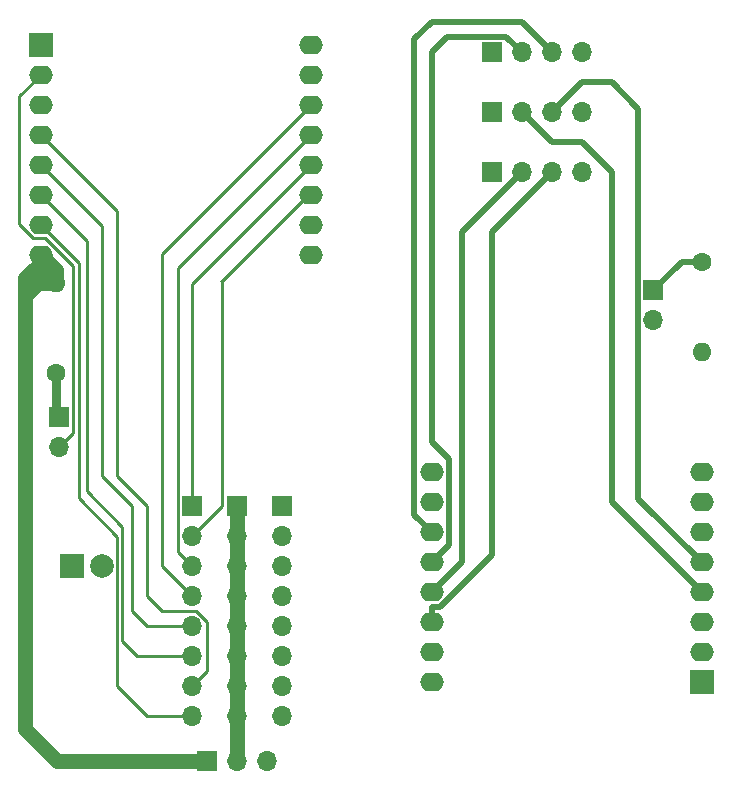
<source format=gbr>
%TF.GenerationSoftware,KiCad,Pcbnew,8.0.5*%
%TF.CreationDate,2024-11-16T12:50:27+01:00*%
%TF.ProjectId,esp8266-expansion-board,65737038-3236-4362-9d65-7870616e7369,rev?*%
%TF.SameCoordinates,Original*%
%TF.FileFunction,Copper,L1,Top*%
%TF.FilePolarity,Positive*%
%FSLAX46Y46*%
G04 Gerber Fmt 4.6, Leading zero omitted, Abs format (unit mm)*
G04 Created by KiCad (PCBNEW 8.0.5) date 2024-11-16 12:50:27*
%MOMM*%
%LPD*%
G01*
G04 APERTURE LIST*
%TA.AperFunction,ComponentPad*%
%ADD10R,1.700000X1.700000*%
%TD*%
%TA.AperFunction,ComponentPad*%
%ADD11O,1.700000X1.700000*%
%TD*%
%TA.AperFunction,ComponentPad*%
%ADD12R,2.000000X2.000000*%
%TD*%
%TA.AperFunction,ComponentPad*%
%ADD13C,2.000000*%
%TD*%
%TA.AperFunction,ComponentPad*%
%ADD14C,1.600000*%
%TD*%
%TA.AperFunction,ComponentPad*%
%ADD15O,1.600000X1.600000*%
%TD*%
%TA.AperFunction,ComponentPad*%
%ADD16O,2.000000X1.600000*%
%TD*%
%TA.AperFunction,Conductor*%
%ADD17C,0.250000*%
%TD*%
%TA.AperFunction,Conductor*%
%ADD18C,1.250000*%
%TD*%
%TA.AperFunction,Conductor*%
%ADD19C,0.500000*%
%TD*%
%TA.AperFunction,Conductor*%
%ADD20C,0.750000*%
%TD*%
G04 APERTURE END LIST*
D10*
%TO.P,J2,1,Pin_1*%
%TO.N,+3.3V*%
X41910000Y-95250000D03*
D11*
%TO.P,J2,2,Pin_2*%
%TO.N,/power_out*%
X44450000Y-95250000D03*
%TO.P,J2,3,Pin_3*%
%TO.N,+5V*%
X46990000Y-95250000D03*
%TD*%
D10*
%TO.P,J9,1,Pin_1*%
%TO.N,/+3v3*%
X66040000Y-40293187D03*
D11*
%TO.P,J9,2,Pin_2*%
%TO.N,/GPIO14B*%
X68580000Y-40293187D03*
%TO.P,J9,3,Pin_3*%
%TO.N,/GPIO12B*%
X71120000Y-40293187D03*
%TO.P,J9,4,Pin_4*%
%TO.N,/0V*%
X73660000Y-40293187D03*
%TD*%
D12*
%TO.P,J1,1,Pin_1*%
%TO.N,+5V*%
X30480000Y-78740000D03*
D13*
%TO.P,J1,2,Pin_2*%
%TO.N,GND*%
X33020000Y-78740000D03*
%TD*%
D11*
%TO.P,J5,8,Pin_8*%
%TO.N,/GPIO15A*%
X40640000Y-91440000D03*
%TO.P,J5,7,Pin_7*%
%TO.N,/GPIO14A*%
X40640000Y-88900000D03*
%TO.P,J5,6,Pin_6*%
%TO.N,/GPIO13A*%
X40640000Y-86360000D03*
%TO.P,J5,5,Pin_5*%
%TO.N,/GPIO12A*%
X40640000Y-83820000D03*
%TO.P,J5,4,Pin_4*%
%TO.N,/GPIO5A*%
X40640000Y-81280000D03*
%TO.P,J5,3,Pin_3*%
%TO.N,/GPIO4A*%
X40640000Y-78740000D03*
%TO.P,J5,2,Pin_2*%
%TO.N,/GPIO2A*%
X40640000Y-76200000D03*
D10*
%TO.P,J5,1,Pin_1*%
%TO.N,/GPIO0A*%
X40640000Y-73660000D03*
%TD*%
%TO.P,J8,1,Pin_1*%
%TO.N,/+3v3*%
X66040000Y-45373187D03*
D11*
%TO.P,J8,2,Pin_2*%
%TO.N,/GPIO4B*%
X68580000Y-45373187D03*
%TO.P,J8,3,Pin_3*%
%TO.N,/GPIO5B*%
X71120000Y-45373187D03*
%TO.P,J8,4,Pin_4*%
%TO.N,/0V*%
X73660000Y-45373187D03*
%TD*%
%TO.P,J4,8,Pin_8*%
%TO.N,/power_out*%
X44450000Y-91440000D03*
%TO.P,J4,7,Pin_7*%
X44450000Y-88900000D03*
%TO.P,J4,6,Pin_6*%
X44450000Y-86360000D03*
%TO.P,J4,5,Pin_5*%
X44450000Y-83820000D03*
%TO.P,J4,4,Pin_4*%
X44450000Y-81280000D03*
%TO.P,J4,3,Pin_3*%
X44450000Y-78740000D03*
%TO.P,J4,2,Pin_2*%
X44450000Y-76200000D03*
D10*
%TO.P,J4,1,Pin_1*%
X44450000Y-73660000D03*
%TD*%
%TO.P,J7,1,Pin_1*%
%TO.N,Net-(J7-Pin_1)*%
X79751775Y-55367942D03*
D11*
%TO.P,J7,2,Pin_2*%
%TO.N,/ADC0B*%
X79751775Y-57907942D03*
%TD*%
D14*
%TO.P,R2,1*%
%TO.N,Net-(J7-Pin_1)*%
X83820000Y-52993187D03*
D15*
%TO.P,R2,2*%
%TO.N,/+3v3*%
X83820000Y-60613187D03*
%TD*%
D11*
%TO.P,J3,8,Pin_8*%
%TO.N,GND*%
X48260000Y-91440000D03*
%TO.P,J3,7,Pin_7*%
X48260000Y-88900000D03*
%TO.P,J3,6,Pin_6*%
X48260000Y-86360000D03*
%TO.P,J3,5,Pin_5*%
X48260000Y-83820000D03*
%TO.P,J3,4,Pin_4*%
X48260000Y-81280000D03*
%TO.P,J3,3,Pin_3*%
X48260000Y-78740000D03*
%TO.P,J3,2,Pin_2*%
X48260000Y-76200000D03*
D10*
%TO.P,J3,1,Pin_1*%
X48260000Y-73660000D03*
%TD*%
%TO.P,J10,1,Pin_1*%
%TO.N,/5V*%
X66040000Y-35213187D03*
D11*
%TO.P,J10,2,Pin_2*%
%TO.N,/GPIO0B*%
X68580000Y-35213187D03*
%TO.P,J10,3,Pin_3*%
%TO.N,/GPIO2B*%
X71120000Y-35213187D03*
%TO.P,J10,4,Pin_4*%
%TO.N,/0V*%
X73660000Y-35213187D03*
%TD*%
D12*
%TO.P,U2,1,~{RST}*%
%TO.N,unconnected-(U2-~{RST}-Pad1)*%
X83820000Y-88553187D03*
D16*
%TO.P,U2,2,A0*%
%TO.N,/ADC0B*%
X83820000Y-86013187D03*
%TO.P,U2,3,D0*%
%TO.N,unconnected-(U2-D0-Pad3)*%
X83820000Y-83473187D03*
%TO.P,U2,4,SCK/D5*%
%TO.N,/GPIO14B*%
X83820000Y-80933187D03*
%TO.P,U2,5,MISO/D6*%
%TO.N,/GPIO12B*%
X83820000Y-78393187D03*
%TO.P,U2,6,MOSI/D7*%
%TO.N,/GPIO13B*%
X83820000Y-75853187D03*
%TO.P,U2,7,CS/D8*%
%TO.N,/GPIO15B*%
X83820000Y-73313187D03*
%TO.P,U2,8,3V3*%
%TO.N,/+3v3*%
X83820000Y-70773187D03*
%TO.P,U2,9,5V*%
%TO.N,/5V*%
X60960000Y-70773187D03*
%TO.P,U2,10,GND*%
%TO.N,/0V*%
X60960000Y-73313187D03*
%TO.P,U2,11,D4*%
%TO.N,/GPIO2B*%
X60960000Y-75853187D03*
%TO.P,U2,12,D3*%
%TO.N,/GPIO0B*%
X60960000Y-78393187D03*
%TO.P,U2,13,SDA/D2*%
%TO.N,/GPIO4B*%
X60960000Y-80933187D03*
%TO.P,U2,14,SCL/D1*%
%TO.N,/GPIO5B*%
X60960000Y-83473187D03*
%TO.P,U2,15,RX*%
%TO.N,unconnected-(U2-RX-Pad15)*%
X60960000Y-86013187D03*
%TO.P,U2,16,TX*%
%TO.N,unconnected-(U2-TX-Pad16)*%
X60960000Y-88553187D03*
%TD*%
%TO.P,U1,16,TX*%
%TO.N,unconnected-(U1-TX-Pad16)*%
X50714850Y-34593478D03*
%TO.P,U1,15,RX*%
%TO.N,unconnected-(U1-RX-Pad15)*%
X50714850Y-37133478D03*
%TO.P,U1,14,SCL/D1*%
%TO.N,/GPIO5A*%
X50714850Y-39673478D03*
%TO.P,U1,13,SDA/D2*%
%TO.N,/GPIO4A*%
X50714850Y-42213478D03*
%TO.P,U1,12,D3*%
%TO.N,/GPIO0A*%
X50714850Y-44753478D03*
%TO.P,U1,11,D4*%
%TO.N,/GPIO2A*%
X50714850Y-47293478D03*
%TO.P,U1,10,GND*%
%TO.N,GND*%
X50714850Y-49833478D03*
%TO.P,U1,9,5V*%
%TO.N,+5V*%
X50714850Y-52373478D03*
%TO.P,U1,8,3V3*%
%TO.N,+3.3V*%
X27854850Y-52373478D03*
%TO.P,U1,7,CS/D8*%
%TO.N,/GPIO15A*%
X27854850Y-49833478D03*
%TO.P,U1,6,MOSI/D7*%
%TO.N,/GPIO13A*%
X27854850Y-47293478D03*
%TO.P,U1,5,MISO/D6*%
%TO.N,/GPIO12A*%
X27854850Y-44753478D03*
%TO.P,U1,4,SCK/D5*%
%TO.N,/GPIO14A*%
X27854850Y-42213478D03*
%TO.P,U1,3,D0*%
%TO.N,unconnected-(U1-D0-Pad3)*%
X27854850Y-39673478D03*
%TO.P,U1,2,A0*%
%TO.N,/ADC0A*%
X27854850Y-37133478D03*
D12*
%TO.P,U1,1,~{RST}*%
%TO.N,unconnected-(U1-~{RST}-Pad1)*%
X27854850Y-34593478D03*
%TD*%
D14*
%TO.P,R1,1*%
%TO.N,Net-(J6-Pin_1)*%
X29178085Y-62350192D03*
D15*
%TO.P,R1,2*%
%TO.N,+3.3V*%
X29178085Y-54730192D03*
%TD*%
D10*
%TO.P,J6,1,Pin_1*%
%TO.N,Net-(J6-Pin_1)*%
X29455323Y-66127646D03*
D11*
%TO.P,J6,2,Pin_2*%
%TO.N,/ADC0A*%
X29455323Y-68667646D03*
%TD*%
D17*
%TO.N,/GPIO5A*%
X50714850Y-39673478D02*
X38100000Y-52288328D01*
X38100000Y-52288328D02*
X38100000Y-78740000D01*
X38100000Y-78740000D02*
X40640000Y-81280000D01*
%TO.N,/GPIO4A*%
X50714850Y-42213478D02*
X39465000Y-53463328D01*
X39465000Y-53463328D02*
X39465000Y-77565000D01*
X39465000Y-77565000D02*
X40640000Y-78740000D01*
%TO.N,/GPIO0A*%
X40640000Y-54828328D02*
X40640000Y-73660000D01*
%TO.N,/GPIO2A*%
X43189164Y-54619164D02*
X43171220Y-54637108D01*
X43189164Y-54619164D02*
X43189164Y-73650836D01*
X43189164Y-73650836D02*
X40640000Y-76200000D01*
X50514850Y-47293478D02*
X43189164Y-54619164D01*
%TO.N,/GPIO14A*%
X27854850Y-42213478D02*
X34290000Y-48648628D01*
X34290000Y-48648628D02*
X34290000Y-71120000D01*
X34290000Y-71120000D02*
X36830000Y-73660000D01*
X38100000Y-82550000D02*
X41031701Y-82550000D01*
X36830000Y-73660000D02*
X36830000Y-81280000D01*
X36830000Y-81280000D02*
X38100000Y-82550000D01*
X41031701Y-82550000D02*
X41910000Y-83428299D01*
X41910000Y-83428299D02*
X41910000Y-87630000D01*
X41910000Y-87630000D02*
X40640000Y-88900000D01*
%TO.N,/GPIO12A*%
X27854850Y-44753478D02*
X33020000Y-49918628D01*
X35560000Y-82550000D02*
X36830000Y-83820000D01*
X33020000Y-49918628D02*
X33020000Y-71120000D01*
X36830000Y-83820000D02*
X40640000Y-83820000D01*
X33020000Y-71120000D02*
X35560000Y-73660000D01*
X35560000Y-73660000D02*
X35560000Y-82550000D01*
%TO.N,/GPIO13A*%
X27854850Y-47293478D02*
X31750000Y-51188628D01*
X31750000Y-51188628D02*
X31750000Y-72390000D01*
X31750000Y-72390000D02*
X34795000Y-75435000D01*
X34795000Y-75435000D02*
X34795000Y-85090000D01*
X34795000Y-85090000D02*
X36065000Y-86360000D01*
X36065000Y-86360000D02*
X40640000Y-86360000D01*
%TO.N,/GPIO15A*%
X27854850Y-49833478D02*
X31080323Y-53058951D01*
X31080323Y-53058951D02*
X31080323Y-72990323D01*
X31080323Y-72990323D02*
X34345000Y-76255000D01*
X34345000Y-76255000D02*
X34345000Y-87575000D01*
X34345000Y-87575000D02*
X34290000Y-87630000D01*
X34290000Y-87630000D02*
X34290000Y-88900000D01*
X34290000Y-88900000D02*
X36830000Y-91440000D01*
X36830000Y-91440000D02*
X40640000Y-91440000D01*
%TO.N,/ADC0A*%
X29455323Y-68667646D02*
X30630323Y-67492646D01*
X30630323Y-53357961D02*
X28230840Y-50958478D01*
X30630323Y-67492646D02*
X30630323Y-53357961D01*
X28230840Y-50958478D02*
X27188860Y-50958478D01*
X27188860Y-50958478D02*
X26024279Y-49793897D01*
X26024279Y-49793897D02*
X26024279Y-38964049D01*
X26024279Y-38964049D02*
X27854850Y-37133478D01*
D18*
%TO.N,+3.3V*%
X26524279Y-55880000D02*
X26524279Y-92564279D01*
X26524279Y-92564279D02*
X29210000Y-95250000D01*
X29210000Y-95250000D02*
X41910000Y-95250000D01*
%TO.N,/power_out*%
X44450000Y-95250000D02*
X44450000Y-73660000D01*
D17*
%TO.N,/GPIO0A*%
X50714850Y-44753478D02*
X40640000Y-54828328D01*
%TO.N,/GPIO2A*%
X50714850Y-47293478D02*
X50514850Y-47293478D01*
D18*
%TO.N,+3.3V*%
X29178085Y-54730192D02*
X27854850Y-53406957D01*
X27854850Y-53406957D02*
X27854850Y-53038235D01*
X26524279Y-55880000D02*
X26524279Y-54368806D01*
X29178085Y-54730192D02*
X27674087Y-54730192D01*
X27674087Y-54730192D02*
X26524279Y-55880000D01*
X29178085Y-54730192D02*
X29178085Y-53696713D01*
X29178085Y-53696713D02*
X27854850Y-52373478D01*
X27854850Y-52373478D02*
X27854850Y-53038235D01*
X27854850Y-53038235D02*
X26524279Y-54368806D01*
D19*
%TO.N,Net-(J7-Pin_1)*%
X83820000Y-52993187D02*
X82126530Y-52993187D01*
X82126530Y-52993187D02*
X79751775Y-55367942D01*
%TO.N,/GPIO4B*%
X63500000Y-50453187D02*
X68580000Y-45373187D01*
X63500000Y-78393187D02*
X63500000Y-50453187D01*
X60960000Y-80933187D02*
X63500000Y-78393187D01*
%TO.N,/GPIO5B*%
X66040000Y-50453187D02*
X71120000Y-45373187D01*
X61677767Y-82183187D02*
X60960000Y-82183187D01*
X66040000Y-77820954D02*
X66040000Y-50453187D01*
X61677767Y-82183187D02*
X66040000Y-77820954D01*
X60960000Y-82183187D02*
X60960000Y-83473187D01*
%TO.N,/GPIO14B*%
X76200000Y-73313187D02*
X76200000Y-45373187D01*
X76200000Y-45373187D02*
X73660000Y-42833187D01*
X83820000Y-80933187D02*
X76200000Y-73313187D01*
X73660000Y-42833187D02*
X71120000Y-42833187D01*
X71120000Y-42833187D02*
X68580000Y-40293187D01*
%TO.N,/GPIO12B*%
X78451775Y-73024962D02*
X83820000Y-78393187D01*
X73660000Y-37753187D02*
X76200000Y-37753187D01*
X76200000Y-37753187D02*
X78451775Y-40004962D01*
X78451775Y-40004962D02*
X78451775Y-73024962D01*
X71120000Y-40293187D02*
X73660000Y-37753187D01*
%TO.N,/GPIO2B*%
X60960000Y-32673187D02*
X68580000Y-32673187D01*
X59510000Y-34123187D02*
X60960000Y-32673187D01*
X59510000Y-74403187D02*
X59510000Y-34123187D01*
X68580000Y-32673187D02*
X71120000Y-35213187D01*
X60960000Y-75853187D02*
X59510000Y-74403187D01*
%TO.N,/GPIO0B*%
X62410000Y-69683187D02*
X60960000Y-68233187D01*
X60960000Y-35213187D02*
X62260000Y-33913187D01*
X67280000Y-33913187D02*
X68580000Y-35213187D01*
X60960000Y-68233187D02*
X60960000Y-35213187D01*
X62410000Y-76943187D02*
X62410000Y-69683187D01*
X60960000Y-78393187D02*
X62410000Y-76943187D01*
X62260000Y-33913187D02*
X67280000Y-33913187D01*
D20*
%TO.N,Net-(J6-Pin_1)*%
X29178085Y-62350192D02*
X29178085Y-65850408D01*
%TD*%
M02*

</source>
